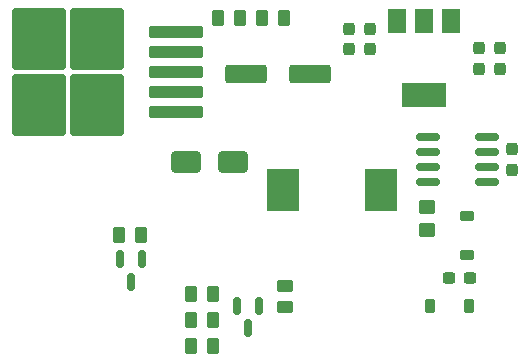
<source format=gbr>
%TF.GenerationSoftware,KiCad,Pcbnew,7.0.8*%
%TF.CreationDate,2024-06-11T13:29:39+02:00*%
%TF.ProjectId,LED_Driver,4c45445f-4472-4697-9665-722e6b696361,rev?*%
%TF.SameCoordinates,Original*%
%TF.FileFunction,Paste,Top*%
%TF.FilePolarity,Positive*%
%FSLAX46Y46*%
G04 Gerber Fmt 4.6, Leading zero omitted, Abs format (unit mm)*
G04 Created by KiCad (PCBNEW 7.0.8) date 2024-06-11 13:29:39*
%MOMM*%
%LPD*%
G01*
G04 APERTURE LIST*
G04 Aperture macros list*
%AMRoundRect*
0 Rectangle with rounded corners*
0 $1 Rounding radius*
0 $2 $3 $4 $5 $6 $7 $8 $9 X,Y pos of 4 corners*
0 Add a 4 corners polygon primitive as box body*
4,1,4,$2,$3,$4,$5,$6,$7,$8,$9,$2,$3,0*
0 Add four circle primitives for the rounded corners*
1,1,$1+$1,$2,$3*
1,1,$1+$1,$4,$5*
1,1,$1+$1,$6,$7*
1,1,$1+$1,$8,$9*
0 Add four rect primitives between the rounded corners*
20,1,$1+$1,$2,$3,$4,$5,0*
20,1,$1+$1,$4,$5,$6,$7,0*
20,1,$1+$1,$6,$7,$8,$9,0*
20,1,$1+$1,$8,$9,$2,$3,0*%
G04 Aperture macros list end*
%ADD10R,2.700000X3.600000*%
%ADD11RoundRect,0.250000X0.262500X0.450000X-0.262500X0.450000X-0.262500X-0.450000X0.262500X-0.450000X0*%
%ADD12RoundRect,0.150000X-0.150000X0.587500X-0.150000X-0.587500X0.150000X-0.587500X0.150000X0.587500X0*%
%ADD13RoundRect,0.250000X-0.450000X0.262500X-0.450000X-0.262500X0.450000X-0.262500X0.450000X0.262500X0*%
%ADD14RoundRect,0.250000X1.500000X0.550000X-1.500000X0.550000X-1.500000X-0.550000X1.500000X-0.550000X0*%
%ADD15RoundRect,0.237500X0.237500X-0.300000X0.237500X0.300000X-0.237500X0.300000X-0.237500X-0.300000X0*%
%ADD16RoundRect,0.237500X-0.237500X0.300000X-0.237500X-0.300000X0.237500X-0.300000X0.237500X0.300000X0*%
%ADD17RoundRect,0.250000X-0.262500X-0.450000X0.262500X-0.450000X0.262500X0.450000X-0.262500X0.450000X0*%
%ADD18R,1.500000X2.000000*%
%ADD19R,3.800000X2.000000*%
%ADD20RoundRect,0.237500X0.300000X0.237500X-0.300000X0.237500X-0.300000X-0.237500X0.300000X-0.237500X0*%
%ADD21RoundRect,0.250000X1.000000X0.650000X-1.000000X0.650000X-1.000000X-0.650000X1.000000X-0.650000X0*%
%ADD22RoundRect,0.225000X-0.375000X0.225000X-0.375000X-0.225000X0.375000X-0.225000X0.375000X0.225000X0*%
%ADD23RoundRect,0.150000X-0.825000X-0.150000X0.825000X-0.150000X0.825000X0.150000X-0.825000X0.150000X0*%
%ADD24RoundRect,0.225000X0.225000X0.375000X-0.225000X0.375000X-0.225000X-0.375000X0.225000X-0.375000X0*%
%ADD25RoundRect,0.250000X2.050000X0.300000X-2.050000X0.300000X-2.050000X-0.300000X2.050000X-0.300000X0*%
%ADD26RoundRect,0.250000X2.025000X2.375000X-2.025000X2.375000X-2.025000X-2.375000X2.025000X-2.375000X0*%
%ADD27RoundRect,0.250000X-0.450000X0.350000X-0.450000X-0.350000X0.450000X-0.350000X0.450000X0.350000X0*%
G04 APERTURE END LIST*
D10*
%TO.C,L1*%
X123450000Y-115800000D03*
X131750000Y-115800000D03*
%TD*%
D11*
%TO.C,R4*%
X111412500Y-119600000D03*
X109587500Y-119600000D03*
%TD*%
%TO.C,R6*%
X117512500Y-126800000D03*
X115687500Y-126800000D03*
%TD*%
D12*
%TO.C,Q1*%
X110550000Y-123537500D03*
X111500000Y-121662500D03*
X109600000Y-121662500D03*
%TD*%
D13*
%TO.C,R8*%
X123600000Y-123887500D03*
X123600000Y-125712500D03*
%TD*%
D14*
%TO.C,C2*%
X125700000Y-106000000D03*
X120300000Y-106000000D03*
%TD*%
D15*
%TO.C,C4*%
X142800000Y-114062500D03*
X142800000Y-112337500D03*
%TD*%
D11*
%TO.C,R5*%
X123512500Y-101200000D03*
X121687500Y-101200000D03*
%TD*%
D16*
%TO.C,C7*%
X130800000Y-102137500D03*
X130800000Y-103862500D03*
%TD*%
D17*
%TO.C,R1*%
X117975000Y-101200000D03*
X119800000Y-101200000D03*
%TD*%
D18*
%TO.C,U3*%
X137700000Y-101450000D03*
X135400000Y-101450000D03*
D19*
X135400000Y-107750000D03*
D18*
X133100000Y-101450000D03*
%TD*%
D20*
%TO.C,C5*%
X139262500Y-123200000D03*
X137537500Y-123200000D03*
%TD*%
D21*
%TO.C,D1*%
X119200000Y-113400000D03*
X115200000Y-113400000D03*
%TD*%
D22*
%TO.C,D3*%
X139000000Y-117950000D03*
X139000000Y-121250000D03*
%TD*%
D23*
%TO.C,U2*%
X135725000Y-111295000D03*
X135725000Y-112565000D03*
X135725000Y-113835000D03*
X135725000Y-115105000D03*
X140675000Y-115105000D03*
X140675000Y-113835000D03*
X140675000Y-112565000D03*
X140675000Y-111295000D03*
%TD*%
D15*
%TO.C,C8*%
X140000000Y-105525000D03*
X140000000Y-103800000D03*
%TD*%
D16*
%TO.C,C6*%
X129000000Y-102137500D03*
X129000000Y-103862500D03*
%TD*%
D12*
%TO.C,Q3*%
X120500000Y-127475000D03*
X121450000Y-125600000D03*
X119550000Y-125600000D03*
%TD*%
D15*
%TO.C,C9*%
X141800000Y-105525000D03*
X141800000Y-103800000D03*
%TD*%
D17*
%TO.C,R7*%
X115687500Y-129000000D03*
X117512500Y-129000000D03*
%TD*%
D24*
%TO.C,D2*%
X139200000Y-125600000D03*
X135900000Y-125600000D03*
%TD*%
D25*
%TO.C,U1*%
X114400000Y-109200000D03*
X114400000Y-107500000D03*
X114400000Y-105800000D03*
D26*
X107675000Y-108575000D03*
X107675000Y-103025000D03*
X102825000Y-108575000D03*
X102825000Y-103025000D03*
D25*
X114400000Y-104100000D03*
X114400000Y-102400000D03*
%TD*%
D27*
%TO.C,R2*%
X135600000Y-117200000D03*
X135600000Y-119200000D03*
%TD*%
D11*
%TO.C,R3*%
X117512500Y-124600000D03*
X115687500Y-124600000D03*
%TD*%
M02*

</source>
